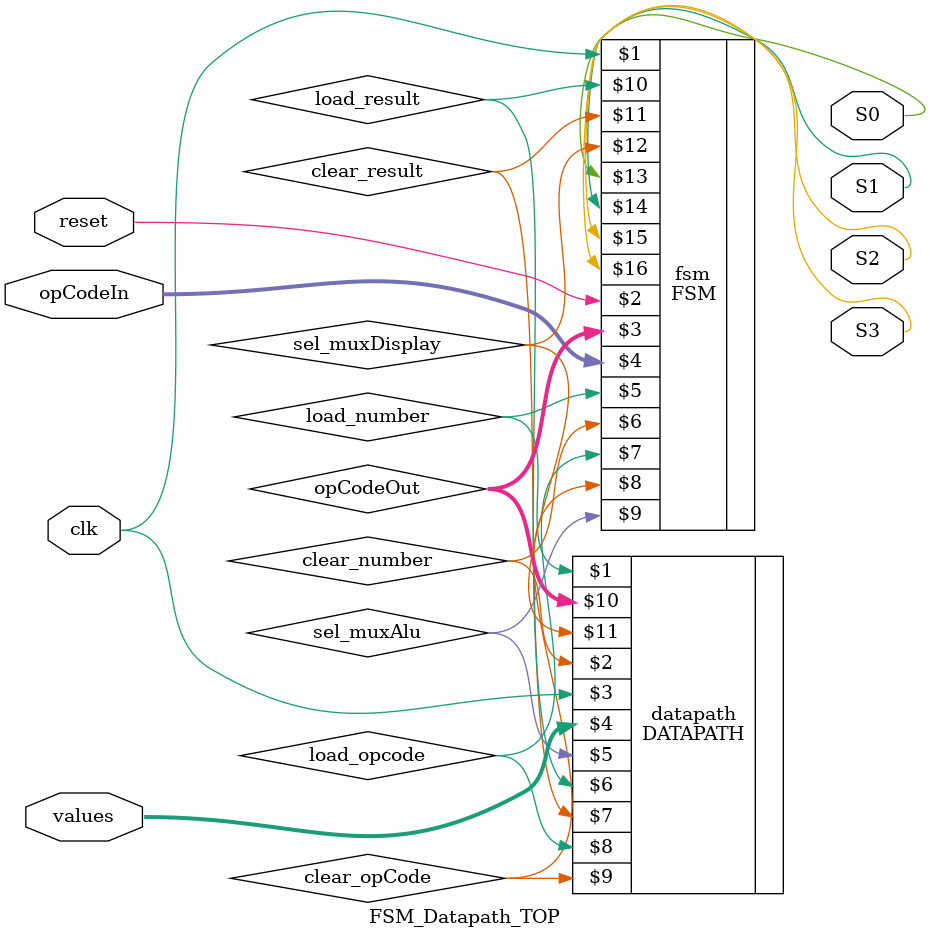
<source format=v>
`timescale 1ns / 1ps


module FSM_Datapath_TOP(clk, reset, values, opCodeIn, S0, S1, S2, S3);
 
 //inputs
 input clk, reset;
 input  [3:0] values; //input for inputReg
 input [2:0] opCodeIn;
 
 //outputs
 output reg S0, S1, S2, S3;
// wire [15:0] outDataPath;
 wire [2:0] opCodeOut;
 wire load_number, clear_number,load_opcode,clear_opCode, sel_muxAlu, load_result, clear_result,sel_muxDisplay, S0, S1, S2, S3;

FSM fsm
    (
        clk, reset,opCodeOut,opCodeIn, load_number, clear_number,
        
        load_opcode,clear_opCode, sel_muxAlu, load_result, clear_result,
        
        sel_muxDisplay, S0, S1, S2, S3
     );
     
DATAPATH datapath
    (   //Input register
    load_number, clear_number, clk, values,
    //MuxAlu
    sel_muxAlu,
   
    //ACC Register
    load_result, clear_result,
    
    //Op Code
    load_opcode, clear_opCode, opCodeOut,
    
    //display mux
     sel_muxDisplay
    );

endmodule

</source>
